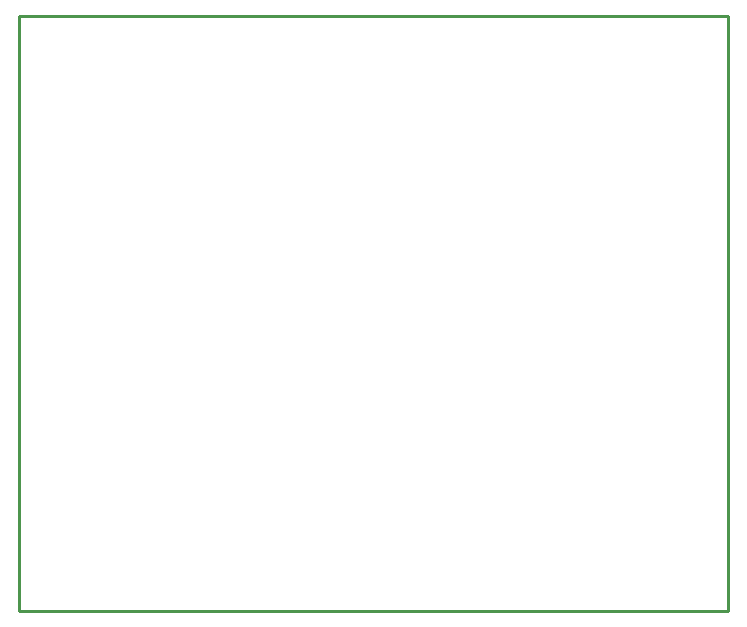
<source format=gm1>
G04*
G04 #@! TF.GenerationSoftware,Altium Limited,Altium Designer,19.0.15 (446)*
G04*
G04 Layer_Color=16711935*
%FSLAX44Y44*%
%MOMM*%
G71*
G01*
G75*
%ADD16C,0.2540*%
D16*
X-0Y0D02*
X600000D01*
Y-503500D02*
Y0D01*
X-0Y-503500D02*
X600000D01*
X-0D02*
Y0D01*
X600000D01*
Y-503500D02*
Y0D01*
X-0Y-503500D02*
X600000D01*
X-0D02*
Y0D01*
M02*

</source>
